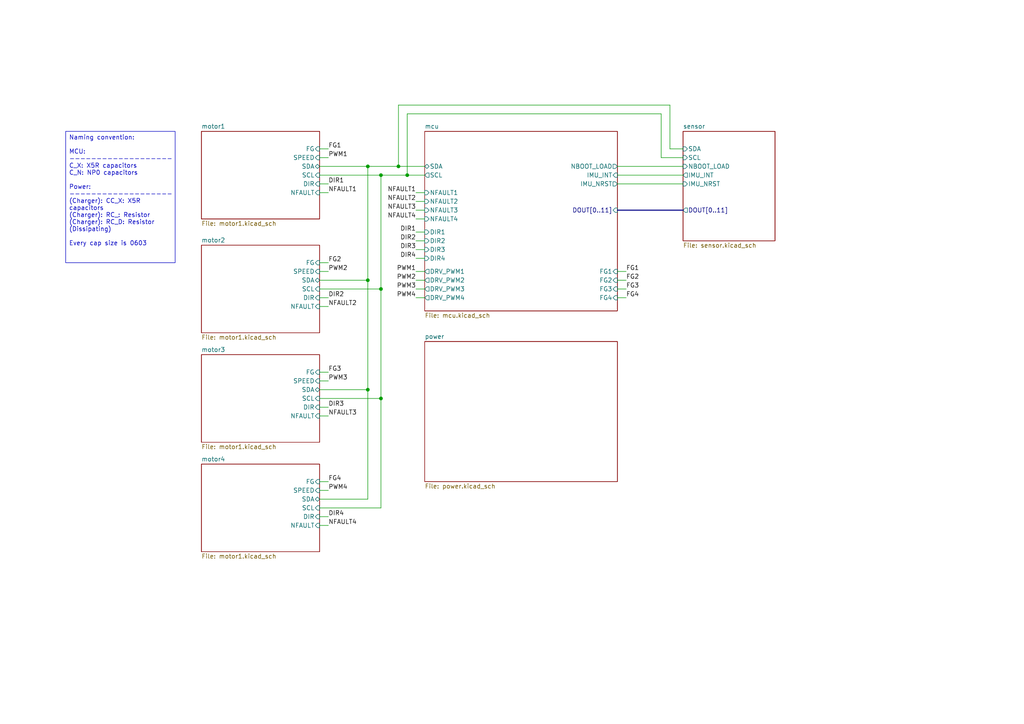
<source format=kicad_sch>
(kicad_sch
	(version 20231120)
	(generator "eeschema")
	(generator_version "8.0")
	(uuid "4752d952-9322-46fb-9cc2-2404eb91f5a4")
	(paper "A4")
	(title_block
		(title "FMU")
		(date "2024-04-05")
		(rev "1")
		(company "Daniel Pérez (steewBSD)")
		(comment 1 "Flight Management Unit for quadcopter")
		(comment 2 "Main hierarchical sheet")
	)
	(lib_symbols)
	(junction
		(at 106.68 81.28)
		(diameter 0)
		(color 0 0 0 0)
		(uuid "1ee53c4c-d9f7-4b59-b929-4d1fccb56f5b")
	)
	(junction
		(at 118.11 50.8)
		(diameter 0)
		(color 0 0 0 0)
		(uuid "345ab1f9-6a9f-4fac-b5f4-620a51a59f50")
	)
	(junction
		(at 115.57 48.26)
		(diameter 0)
		(color 0 0 0 0)
		(uuid "4ac250d9-bfb8-470f-8a2c-64562d57375b")
	)
	(junction
		(at 106.68 48.26)
		(diameter 0)
		(color 0 0 0 0)
		(uuid "795630bd-9fd0-4877-9d8b-8a780765792d")
	)
	(junction
		(at 106.68 113.03)
		(diameter 0)
		(color 0 0 0 0)
		(uuid "af578575-105c-4a41-8292-1151d682abe6")
	)
	(junction
		(at 110.49 50.8)
		(diameter 0)
		(color 0 0 0 0)
		(uuid "b8df4156-a03c-4f8e-9d4a-c6c4bb5aa098")
	)
	(junction
		(at 110.49 115.57)
		(diameter 0)
		(color 0 0 0 0)
		(uuid "d5e920b8-b9eb-41ce-843f-7777c5478ce4")
	)
	(junction
		(at 110.49 83.82)
		(diameter 0)
		(color 0 0 0 0)
		(uuid "e38667f2-bee8-45f5-9adb-6ee3bd94d8a0")
	)
	(wire
		(pts
			(xy 179.07 86.36) (xy 181.61 86.36)
		)
		(stroke
			(width 0)
			(type default)
		)
		(uuid "00ef3f9c-d15c-4de4-a2c4-bd035cab0d1d")
	)
	(wire
		(pts
			(xy 92.71 152.4) (xy 95.25 152.4)
		)
		(stroke
			(width 0)
			(type default)
		)
		(uuid "0320d79c-b296-4ebe-8cd8-dc6224c1b0b0")
	)
	(wire
		(pts
			(xy 92.71 76.2) (xy 95.25 76.2)
		)
		(stroke
			(width 0)
			(type default)
		)
		(uuid "05029bb1-f4a2-448b-a15f-05138b9e2254")
	)
	(wire
		(pts
			(xy 92.71 50.8) (xy 110.49 50.8)
		)
		(stroke
			(width 0)
			(type default)
		)
		(uuid "0eff531c-bf41-4899-a9b9-540a59ffe975")
	)
	(wire
		(pts
			(xy 110.49 115.57) (xy 110.49 147.32)
		)
		(stroke
			(width 0)
			(type default)
		)
		(uuid "0f373e86-603d-40fd-9e1e-dd09e49b738b")
	)
	(wire
		(pts
			(xy 120.65 81.28) (xy 123.19 81.28)
		)
		(stroke
			(width 0)
			(type default)
		)
		(uuid "0faad98e-5591-4b2b-aa09-8f0a157d3a03")
	)
	(wire
		(pts
			(xy 110.49 83.82) (xy 110.49 115.57)
		)
		(stroke
			(width 0)
			(type default)
		)
		(uuid "103c3cad-f4fb-4f22-8eaf-2947b0aab9bf")
	)
	(wire
		(pts
			(xy 118.11 50.8) (xy 123.19 50.8)
		)
		(stroke
			(width 0)
			(type default)
		)
		(uuid "12ca17d3-9958-4b2d-adb6-b1eb23392459")
	)
	(wire
		(pts
			(xy 106.68 81.28) (xy 106.68 113.03)
		)
		(stroke
			(width 0)
			(type default)
		)
		(uuid "1438a3fb-4c59-4cc6-a91d-8b9bb7253aa6")
	)
	(wire
		(pts
			(xy 198.12 45.72) (xy 191.77 45.72)
		)
		(stroke
			(width 0)
			(type default)
		)
		(uuid "1d4e29ce-57e1-405e-8944-49f5e3b34833")
	)
	(wire
		(pts
			(xy 120.65 60.96) (xy 123.19 60.96)
		)
		(stroke
			(width 0)
			(type default)
		)
		(uuid "21f5c036-4aa5-4fc6-b603-d0e52511eb52")
	)
	(wire
		(pts
			(xy 194.31 30.48) (xy 194.31 43.18)
		)
		(stroke
			(width 0)
			(type default)
		)
		(uuid "283174ca-3129-4252-9e0d-f109a4601e7f")
	)
	(wire
		(pts
			(xy 92.71 53.34) (xy 95.25 53.34)
		)
		(stroke
			(width 0)
			(type default)
		)
		(uuid "2bf8010b-863e-4b34-9ff6-244623b50234")
	)
	(wire
		(pts
			(xy 92.71 142.24) (xy 95.25 142.24)
		)
		(stroke
			(width 0)
			(type default)
		)
		(uuid "3035b33b-73f1-48eb-b185-2fb686841304")
	)
	(wire
		(pts
			(xy 115.57 30.48) (xy 115.57 48.26)
		)
		(stroke
			(width 0)
			(type default)
		)
		(uuid "31857753-8441-4b7a-8562-b1b37a65e297")
	)
	(wire
		(pts
			(xy 92.71 43.18) (xy 95.25 43.18)
		)
		(stroke
			(width 0)
			(type default)
		)
		(uuid "3a306d85-2348-41ee-b243-867d0858a4ab")
	)
	(wire
		(pts
			(xy 179.07 78.74) (xy 181.61 78.74)
		)
		(stroke
			(width 0)
			(type default)
		)
		(uuid "415a9507-f763-460a-9747-fa2d4bf3f913")
	)
	(wire
		(pts
			(xy 92.71 115.57) (xy 110.49 115.57)
		)
		(stroke
			(width 0)
			(type default)
		)
		(uuid "46889ebf-d1b2-4d0a-bb41-0f06623ea5f7")
	)
	(wire
		(pts
			(xy 194.31 43.18) (xy 198.12 43.18)
		)
		(stroke
			(width 0)
			(type default)
		)
		(uuid "5167374b-59a1-4135-b200-40579c5b0b29")
	)
	(wire
		(pts
			(xy 110.49 50.8) (xy 110.49 83.82)
		)
		(stroke
			(width 0)
			(type default)
		)
		(uuid "524c88da-fc99-400f-8934-629bb9119bde")
	)
	(wire
		(pts
			(xy 92.71 144.78) (xy 106.68 144.78)
		)
		(stroke
			(width 0)
			(type default)
		)
		(uuid "5ec604e6-1985-4472-817d-bc14afc644de")
	)
	(wire
		(pts
			(xy 92.71 86.36) (xy 95.25 86.36)
		)
		(stroke
			(width 0)
			(type default)
		)
		(uuid "5fb34876-86eb-411d-aca9-31431111256d")
	)
	(wire
		(pts
			(xy 92.71 83.82) (xy 110.49 83.82)
		)
		(stroke
			(width 0)
			(type default)
		)
		(uuid "60abac7c-e30b-4538-bd75-64fa92873471")
	)
	(wire
		(pts
			(xy 92.71 147.32) (xy 110.49 147.32)
		)
		(stroke
			(width 0)
			(type default)
		)
		(uuid "65ace67b-7589-4fc0-b847-100deba8ca6f")
	)
	(wire
		(pts
			(xy 92.71 149.86) (xy 95.25 149.86)
		)
		(stroke
			(width 0)
			(type default)
		)
		(uuid "6d9abedb-5281-4620-b64b-9d76f935d5e5")
	)
	(wire
		(pts
			(xy 179.07 50.8) (xy 198.12 50.8)
		)
		(stroke
			(width 0)
			(type default)
		)
		(uuid "705d29ea-6115-4f6e-bee3-f1714da4bd25")
	)
	(wire
		(pts
			(xy 106.68 113.03) (xy 106.68 144.78)
		)
		(stroke
			(width 0)
			(type default)
		)
		(uuid "85721a67-66ed-4ab5-9d01-65202a5f12e3")
	)
	(wire
		(pts
			(xy 120.65 78.74) (xy 123.19 78.74)
		)
		(stroke
			(width 0)
			(type default)
		)
		(uuid "858f5513-9c4f-4e5b-8872-e87a1ecf13e9")
	)
	(wire
		(pts
			(xy 120.65 69.85) (xy 123.19 69.85)
		)
		(stroke
			(width 0)
			(type default)
		)
		(uuid "86d07c7e-d980-4114-842d-e7c5bddfcd72")
	)
	(wire
		(pts
			(xy 92.71 120.65) (xy 95.25 120.65)
		)
		(stroke
			(width 0)
			(type default)
		)
		(uuid "891cfb21-2578-4f56-899b-78495d14f687")
	)
	(wire
		(pts
			(xy 106.68 48.26) (xy 106.68 81.28)
		)
		(stroke
			(width 0)
			(type default)
		)
		(uuid "9105f844-e35e-4e54-8bc7-3858b10ff07d")
	)
	(wire
		(pts
			(xy 120.65 74.93) (xy 123.19 74.93)
		)
		(stroke
			(width 0)
			(type default)
		)
		(uuid "9319dc64-a7cc-4b97-9d08-9f400ebd425c")
	)
	(wire
		(pts
			(xy 92.71 48.26) (xy 106.68 48.26)
		)
		(stroke
			(width 0)
			(type default)
		)
		(uuid "94e032b8-27b5-4e12-a324-abcd30eccb4c")
	)
	(wire
		(pts
			(xy 120.65 67.31) (xy 123.19 67.31)
		)
		(stroke
			(width 0)
			(type default)
		)
		(uuid "98845c67-2360-4b37-bf39-e43251d03edc")
	)
	(wire
		(pts
			(xy 92.71 88.9) (xy 95.25 88.9)
		)
		(stroke
			(width 0)
			(type default)
		)
		(uuid "996c6310-4552-4147-9724-2a9a7d7f1eab")
	)
	(wire
		(pts
			(xy 191.77 33.02) (xy 118.11 33.02)
		)
		(stroke
			(width 0)
			(type default)
		)
		(uuid "9ae4fdca-ae5e-40b9-a07c-612cbffc034c")
	)
	(wire
		(pts
			(xy 120.65 86.36) (xy 123.19 86.36)
		)
		(stroke
			(width 0)
			(type default)
		)
		(uuid "a7ae548e-7786-49a8-8ecb-85fc1c7b9ac7")
	)
	(wire
		(pts
			(xy 92.71 81.28) (xy 106.68 81.28)
		)
		(stroke
			(width 0)
			(type default)
		)
		(uuid "acdd3734-6a5a-43b1-9b3d-b21943e0afd7")
	)
	(wire
		(pts
			(xy 115.57 48.26) (xy 123.19 48.26)
		)
		(stroke
			(width 0)
			(type default)
		)
		(uuid "adf06cec-d64a-47fd-a5d4-b9325ce86f10")
	)
	(wire
		(pts
			(xy 118.11 33.02) (xy 118.11 50.8)
		)
		(stroke
			(width 0)
			(type default)
		)
		(uuid "b2fe613f-8763-4385-aeba-4e4f1a63f479")
	)
	(wire
		(pts
			(xy 179.07 81.28) (xy 181.61 81.28)
		)
		(stroke
			(width 0)
			(type default)
		)
		(uuid "b50c2af1-f2f4-4c6b-9f2f-2e785e40cee5")
	)
	(wire
		(pts
			(xy 92.71 110.49) (xy 95.25 110.49)
		)
		(stroke
			(width 0)
			(type default)
		)
		(uuid "b8b4e8b0-d90c-46ea-b371-6db256f07645")
	)
	(wire
		(pts
			(xy 191.77 45.72) (xy 191.77 33.02)
		)
		(stroke
			(width 0)
			(type default)
		)
		(uuid "bac8fe72-abcc-4571-a664-b9ec079950ff")
	)
	(wire
		(pts
			(xy 106.68 48.26) (xy 115.57 48.26)
		)
		(stroke
			(width 0)
			(type default)
		)
		(uuid "be4e48a4-df19-4e87-9543-ce03945e21f2")
	)
	(wire
		(pts
			(xy 179.07 48.26) (xy 198.12 48.26)
		)
		(stroke
			(width 0)
			(type default)
		)
		(uuid "c2368d56-6412-404d-8495-812729533f19")
	)
	(wire
		(pts
			(xy 120.65 63.5) (xy 123.19 63.5)
		)
		(stroke
			(width 0)
			(type default)
		)
		(uuid "d7f050d7-5abe-4700-bde6-a32fb4c56a38")
	)
	(wire
		(pts
			(xy 120.65 72.39) (xy 123.19 72.39)
		)
		(stroke
			(width 0)
			(type default)
		)
		(uuid "d80d0073-ee8c-4331-aa17-d0bbda80390c")
	)
	(wire
		(pts
			(xy 92.71 78.74) (xy 95.25 78.74)
		)
		(stroke
			(width 0)
			(type default)
		)
		(uuid "d94b03f8-e12a-40cc-b0b8-c861c5dc68fa")
	)
	(wire
		(pts
			(xy 120.65 83.82) (xy 123.19 83.82)
		)
		(stroke
			(width 0)
			(type default)
		)
		(uuid "da4d8f6b-3777-4909-82ef-9dc9e7443dd2")
	)
	(wire
		(pts
			(xy 120.65 58.42) (xy 123.19 58.42)
		)
		(stroke
			(width 0)
			(type default)
		)
		(uuid "db89709b-a135-4b47-8361-93df18287df5")
	)
	(bus
		(pts
			(xy 179.07 60.96) (xy 198.12 60.96)
		)
		(stroke
			(width 0)
			(type default)
		)
		(uuid "dca548c2-d402-4ea4-91aa-86b9c7ab9223")
	)
	(wire
		(pts
			(xy 92.71 118.11) (xy 95.25 118.11)
		)
		(stroke
			(width 0)
			(type default)
		)
		(uuid "ddfe7918-d795-4f38-ab3d-fbcbcdd5d452")
	)
	(wire
		(pts
			(xy 120.65 55.88) (xy 123.19 55.88)
		)
		(stroke
			(width 0)
			(type default)
		)
		(uuid "e7fe8365-997f-4cf5-bcdd-27c3f98dd752")
	)
	(wire
		(pts
			(xy 92.71 113.03) (xy 106.68 113.03)
		)
		(stroke
			(width 0)
			(type default)
		)
		(uuid "e8f2da2b-c1bf-4e82-b9f2-e0060f0a0e17")
	)
	(wire
		(pts
			(xy 92.71 55.88) (xy 95.25 55.88)
		)
		(stroke
			(width 0)
			(type default)
		)
		(uuid "ed09d475-7ab5-4cae-a99d-8d6f477894bc")
	)
	(wire
		(pts
			(xy 92.71 107.95) (xy 95.25 107.95)
		)
		(stroke
			(width 0)
			(type default)
		)
		(uuid "f0240b8f-3d01-49d8-b529-d2381c35cf79")
	)
	(wire
		(pts
			(xy 92.71 45.72) (xy 95.25 45.72)
		)
		(stroke
			(width 0)
			(type default)
		)
		(uuid "f02caf83-61d5-4b3b-af75-dd96811f8518")
	)
	(wire
		(pts
			(xy 179.07 53.34) (xy 198.12 53.34)
		)
		(stroke
			(width 0)
			(type default)
		)
		(uuid "f176a18b-2a20-47d6-b5a3-6ab506bede2b")
	)
	(wire
		(pts
			(xy 92.71 139.7) (xy 95.25 139.7)
		)
		(stroke
			(width 0)
			(type default)
		)
		(uuid "f21110c4-1d3b-4860-9eec-4631ad273607")
	)
	(wire
		(pts
			(xy 179.07 83.82) (xy 181.61 83.82)
		)
		(stroke
			(width 0)
			(type default)
		)
		(uuid "f7f05d08-3395-4253-8bd0-fb47ee4117a8")
	)
	(wire
		(pts
			(xy 110.49 50.8) (xy 118.11 50.8)
		)
		(stroke
			(width 0)
			(type default)
		)
		(uuid "fd71c8e7-e7ed-4fe2-b671-100dc15018eb")
	)
	(wire
		(pts
			(xy 115.57 30.48) (xy 194.31 30.48)
		)
		(stroke
			(width 0)
			(type default)
		)
		(uuid "ff422cd3-12d0-4755-9547-eec20392a7d4")
	)
	(text_box "Naming convention:\n\nMCU:\n-------------------\nC_X: X5R capacitors\nC_N: NP0 capacitors\n\nPower:\n-------------------\n(Charger): CC_X: X5R capacitors\n(Charger): RC_: Resistor\n(Charger): RC_D: Resistor (Dissipating)\n\nEvery cap size is 0603"
		(exclude_from_sim no)
		(at 19.05 38.1 0)
		(size 31.75 38.1)
		(stroke
			(width 0)
			(type default)
		)
		(fill
			(type none)
		)
		(effects
			(font
				(size 1.27 1.27)
			)
			(justify left top)
		)
		(uuid "93d0ff3c-ce6d-4ab7-bf24-c40553a16e4f")
	)
	(label "DIR3"
		(at 95.25 118.11 0)
		(fields_autoplaced yes)
		(effects
			(font
				(size 1.27 1.27)
			)
			(justify left bottom)
		)
		(uuid "0cd31660-cce5-4503-891c-35483cf6521f")
	)
	(label "NFAULT3"
		(at 120.65 60.96 180)
		(fields_autoplaced yes)
		(effects
			(font
				(size 1.27 1.27)
			)
			(justify right bottom)
		)
		(uuid "0f6aafbf-d4a3-4374-852e-b477617f9bcb")
	)
	(label "NFAULT4"
		(at 95.25 152.4 0)
		(fields_autoplaced yes)
		(effects
			(font
				(size 1.27 1.27)
			)
			(justify left bottom)
		)
		(uuid "11b738aa-811a-4afa-a39e-f5bc2d9cb3d3")
	)
	(label "NFAULT3"
		(at 95.25 120.65 0)
		(fields_autoplaced yes)
		(effects
			(font
				(size 1.27 1.27)
			)
			(justify left bottom)
		)
		(uuid "17c85e98-845f-4300-827f-dedba1c4d7a2")
	)
	(label "PWM4"
		(at 95.25 142.24 0)
		(fields_autoplaced yes)
		(effects
			(font
				(size 1.27 1.27)
			)
			(justify left bottom)
		)
		(uuid "180311cc-93c8-48d8-9032-65ee0b93aa67")
	)
	(label "PWM1"
		(at 120.65 78.74 180)
		(fields_autoplaced yes)
		(effects
			(font
				(size 1.27 1.27)
			)
			(justify right bottom)
		)
		(uuid "2e285c18-d059-40ed-ab0a-da6b292b78f6")
	)
	(label "PWM2"
		(at 95.25 78.74 0)
		(fields_autoplaced yes)
		(effects
			(font
				(size 1.27 1.27)
			)
			(justify left bottom)
		)
		(uuid "306a1b7a-76e4-4132-9b96-b5238b2e8149")
	)
	(label "FG1"
		(at 95.25 43.18 0)
		(fields_autoplaced yes)
		(effects
			(font
				(size 1.27 1.27)
			)
			(justify left bottom)
		)
		(uuid "314c97bd-bda3-47a5-9bfc-f270b6c7c4c6")
	)
	(label "NFAULT1"
		(at 95.25 55.88 0)
		(fields_autoplaced yes)
		(effects
			(font
				(size 1.27 1.27)
			)
			(justify left bottom)
		)
		(uuid "32935155-d6fd-46cf-9184-d3e797519c2a")
	)
	(label "PWM4"
		(at 120.65 86.36 180)
		(fields_autoplaced yes)
		(effects
			(font
				(size 1.27 1.27)
			)
			(justify right bottom)
		)
		(uuid "4197be5d-37d7-446a-82bd-0e1902ff2b5f")
	)
	(label "DIR2"
		(at 95.25 86.36 0)
		(fields_autoplaced yes)
		(effects
			(font
				(size 1.27 1.27)
			)
			(justify left bottom)
		)
		(uuid "4e4b08e8-2b54-4a1e-933d-ef5a7130ab1b")
	)
	(label "NFAULT2"
		(at 95.25 88.9 0)
		(fields_autoplaced yes)
		(effects
			(font
				(size 1.27 1.27)
			)
			(justify left bottom)
		)
		(uuid "5130fd51-6393-4eae-b78c-ce5e4aaf674b")
	)
	(label "FG3"
		(at 181.61 83.82 0)
		(fields_autoplaced yes)
		(effects
			(font
				(size 1.27 1.27)
			)
			(justify left bottom)
		)
		(uuid "54e2e5a0-9456-48f0-9c50-48ee4f037bef")
	)
	(label "NFAULT2"
		(at 120.65 58.42 180)
		(fields_autoplaced yes)
		(effects
			(font
				(size 1.27 1.27)
			)
			(justify right bottom)
		)
		(uuid "574dc8cf-e914-4c43-8ca0-f3e486077aad")
	)
	(label "DIR3"
		(at 120.65 72.39 180)
		(fields_autoplaced yes)
		(effects
			(font
				(size 1.27 1.27)
			)
			(justify right bottom)
		)
		(uuid "68130b40-83f3-4588-9590-e3b6d3b62399")
	)
	(label "PWM2"
		(at 120.65 81.28 180)
		(fields_autoplaced yes)
		(effects
			(font
				(size 1.27 1.27)
			)
			(justify right bottom)
		)
		(uuid "722d3cae-4616-45e3-b469-e751a08ef35b")
	)
	(label "FG3"
		(at 95.25 107.95 0)
		(fields_autoplaced yes)
		(effects
			(font
				(size 1.27 1.27)
			)
			(justify left bottom)
		)
		(uuid "76ba2049-c4dc-4559-96ad-d3d557a8548d")
	)
	(label "DIR2"
		(at 120.65 69.85 180)
		(fields_autoplaced yes)
		(effects
			(font
				(size 1.27 1.27)
			)
			(justify right bottom)
		)
		(uuid "777d7f4d-2998-4ade-886f-74cea19f5786")
	)
	(label "DIR1"
		(at 120.65 67.31 180)
		(fields_autoplaced yes)
		(effects
			(font
				(size 1.27 1.27)
			)
			(justify right bottom)
		)
		(uuid "7c16a549-6b24-4043-9e96-bd59f63f4106")
	)
	(label "FG2"
		(at 181.61 81.28 0)
		(fields_autoplaced yes)
		(effects
			(font
				(size 1.27 1.27)
			)
			(justify left bottom)
		)
		(uuid "7f0afc9f-3342-4dfc-bdb5-440467c1adc8")
	)
	(label "FG4"
		(at 181.61 86.36 0)
		(fields_autoplaced yes)
		(effects
			(font
				(size 1.27 1.27)
			)
			(justify left bottom)
		)
		(uuid "827ffb9e-d957-4379-ab2d-f086a9792559")
	)
	(label "DIR4"
		(at 120.65 74.93 180)
		(fields_autoplaced yes)
		(effects
			(font
				(size 1.27 1.27)
			)
			(justify right bottom)
		)
		(uuid "9c857233-be95-4c31-abea-ee6b660128ca")
	)
	(label "PWM3"
		(at 95.25 110.49 0)
		(fields_autoplaced yes)
		(effects
			(font
				(size 1.27 1.27)
			)
			(justify left bottom)
		)
		(uuid "b03900d4-e517-44fe-8ae2-c856e4534220")
	)
	(label "FG1"
		(at 181.61 78.74 0)
		(fields_autoplaced yes)
		(effects
			(font
				(size 1.27 1.27)
			)
			(justify left bottom)
		)
		(uuid "b302e365-182c-4c5d-ac44-98a782e57600")
	)
	(label "FG2"
		(at 95.25 76.2 0)
		(fields_autoplaced yes)
		(effects
			(font
				(size 1.27 1.27)
			)
			(justify left bottom)
		)
		(uuid "b48e4b56-5fe8-4a25-a5fc-d050e2e99b59")
	)
	(label "FG4"
		(at 95.25 139.7 0)
		(fields_autoplaced yes)
		(effects
			(font
				(size 1.27 1.27)
			)
			(justify left bottom)
		)
		(uuid "bda47870-21b6-4865-80f5-d356b8ef4d27")
	)
	(label "DIR4"
		(at 95.25 149.86 0)
		(fields_autoplaced yes)
		(effects
			(font
				(size 1.27 1.27)
			)
			(justify left bottom)
		)
		(uuid "cdd7a0a5-51db-4f66-8d43-c6b40caaa17a")
	)
	(label "PWM1"
		(at 95.25 45.72 0)
		(fields_autoplaced yes)
		(effects
			(font
				(size 1.27 1.27)
			)
			(justify left bottom)
		)
		(uuid "cf4c593c-4a0e-430d-88b2-3c31f8100938")
	)
	(label "PWM3"
		(at 120.65 83.82 180)
		(fields_autoplaced yes)
		(effects
			(font
				(size 1.27 1.27)
			)
			(justify right bottom)
		)
		(uuid "d0783529-defd-45eb-ba79-abfe147c51d7")
	)
	(label "DIR1"
		(at 95.25 53.34 0)
		(fields_autoplaced yes)
		(effects
			(font
				(size 1.27 1.27)
			)
			(justify left bottom)
		)
		(uuid "dc1ead4d-c10d-4f8e-a463-dfbd16de3acc")
	)
	(label "NFAULT4"
		(at 120.65 63.5 180)
		(fields_autoplaced yes)
		(effects
			(font
				(size 1.27 1.27)
			)
			(justify right bottom)
		)
		(uuid "e1f81a32-d5f8-4e22-bdc7-4eef5844d1b3")
	)
	(label "NFAULT1"
		(at 120.65 55.88 180)
		(fields_autoplaced yes)
		(effects
			(font
				(size 1.27 1.27)
			)
			(justify right bottom)
		)
		(uuid "fdd825c3-eefa-4a0a-a01b-50dff238da29")
	)
	(sheet
		(at 198.12 38.1)
		(size 26.67 31.75)
		(fields_autoplaced yes)
		(stroke
			(width 0.1524)
			(type solid)
		)
		(fill
			(color 0 0 0 0.0000)
		)
		(uuid "03377529-41f5-49ba-bef8-ce3e0de4928d")
		(property "Sheetname" "sensor"
			(at 198.12 37.3884 0)
			(effects
				(font
					(size 1.27 1.27)
				)
				(justify left bottom)
			)
		)
		(property "Sheetfile" "sensor.kicad_sch"
			(at 198.12 70.4346 0)
			(effects
				(font
					(size 1.27 1.27)
				)
				(justify left top)
			)
		)
		(pin "IMU_NRST" input
			(at 198.12 53.34 180)
			(effects
				(font
					(size 1.27 1.27)
				)
				(justify left)
			)
			(uuid "4ad6f7a0-27a3-4c6b-92ad-8bdb0a7ab122")
		)
		(pin "SDA" input
			(at 198.12 43.18 180)
			(effects
				(font
					(size 1.27 1.27)
				)
				(justify left)
			)
			(uuid "d2f2aebb-42c2-4c11-867e-f08eb5c7e4f4")
		)
		(pin "SCL" input
			(at 198.12 45.72 180)
			(effects
				(font
					(size 1.27 1.27)
				)
				(justify left)
			)
			(uuid "12867ab2-6e7c-4d92-9edf-42eec7511952")
		)
		(pin "NBOOT_LOAD" input
			(at 198.12 48.26 180)
			(effects
				(font
					(size 1.27 1.27)
				)
				(justify left)
			)
			(uuid "891a4050-a37b-4fa5-809c-a97a437db6cb")
		)
		(pin "IMU_INT" output
			(at 198.12 50.8 180)
			(effects
				(font
					(size 1.27 1.27)
				)
				(justify left)
			)
			(uuid "6b22fa1c-fc19-48ce-a868-1e2a74530a3c")
		)
		(pin "DOUT[0..11]" output
			(at 198.12 60.96 180)
			(effects
				(font
					(size 1.27 1.27)
				)
				(justify left)
			)
			(uuid "da9ef027-33e8-47dc-af17-6e0089eda2fe")
		)
		(instances
			(project "fmu"
				(path "/4752d952-9322-46fb-9cc2-2404eb91f5a4"
					(page "8")
				)
			)
		)
	)
	(sheet
		(at 58.42 38.1)
		(size 34.29 25.4)
		(fields_autoplaced yes)
		(stroke
			(width 0.1524)
			(type solid)
		)
		(fill
			(color 0 0 0 0.0000)
		)
		(uuid "0ffba389-7767-4897-a9a6-36168be44beb")
		(property "Sheetname" "motor1"
			(at 58.42 37.3884 0)
			(effects
				(font
					(size 1.27 1.27)
				)
				(justify left bottom)
			)
		)
		(property "Sheetfile" "motor1.kicad_sch"
			(at 58.42 64.0846 0)
			(effects
				(font
					(size 1.27 1.27)
				)
				(justify left top)
			)
		)
		(pin "SPEED" input
			(at 92.71 45.72 0)
			(effects
				(font
					(size 1.27 1.27)
				)
				(justify right)
			)
			(uuid "a69899cc-1b75-4290-8f51-2ed50e56de6b")
		)
		(pin "SDA" bidirectional
			(at 92.71 48.26 0)
			(effects
				(font
					(size 1.27 1.27)
				)
				(justify right)
			)
			(uuid "11275441-bf13-41db-909d-d9b19090f0ed")
		)
		(pin "SCL" input
			(at 92.71 50.8 0)
			(effects
				(font
					(size 1.27 1.27)
				)
				(justify right)
			)
			(uuid "667922f1-edfb-4c6f-9941-02ee5a79f43a")
		)
		(pin "DIR" input
			(at 92.71 53.34 0)
			(effects
				(font
					(size 1.27 1.27)
				)
				(justify right)
			)
			(uuid "0977143e-bbf7-423f-9f02-ebf3a3ed5f9b")
		)
		(pin "NFAULT" input
			(at 92.71 55.88 0)
			(effects
				(font
					(size 1.27 1.27)
				)
				(justify right)
			)
			(uuid "7c289629-88b2-4067-88a5-0835ed21b1b4")
		)
		(pin "FG" input
			(at 92.71 43.18 0)
			(effects
				(font
					(size 1.27 1.27)
				)
				(justify right)
			)
			(uuid "244794d2-3aa7-47c2-9cf9-a03618c44074")
		)
		(instances
			(project "fmu"
				(path "/4752d952-9322-46fb-9cc2-2404eb91f5a4"
					(page "2")
				)
			)
		)
	)
	(sheet
		(at 58.42 134.62)
		(size 34.29 25.4)
		(fields_autoplaced yes)
		(stroke
			(width 0.1524)
			(type solid)
		)
		(fill
			(color 0 0 0 0.0000)
		)
		(uuid "46b5d8da-e763-4f93-9e8f-7132b5d9fd7e")
		(property "Sheetname" "motor4"
			(at 58.42 133.9084 0)
			(effects
				(font
					(size 1.27 1.27)
				)
				(justify left bottom)
			)
		)
		(property "Sheetfile" "motor1.kicad_sch"
			(at 58.42 160.6046 0)
			(effects
				(font
					(size 1.27 1.27)
				)
				(justify left top)
			)
		)
		(pin "SPEED" input
			(at 92.71 142.24 0)
			(effects
				(font
					(size 1.27 1.27)
				)
				(justify right)
			)
			(uuid "4a05e34a-0b71-4c55-93c6-e1dfae24c562")
		)
		(pin "SDA" bidirectional
			(at 92.71 144.78 0)
			(effects
				(font
					(size 1.27 1.27)
				)
				(justify right)
			)
			(uuid "a414b21f-b5fe-4f64-b0dc-bed190a3e399")
		)
		(pin "SCL" input
			(at 92.71 147.32 0)
			(effects
				(font
					(size 1.27 1.27)
				)
				(justify right)
			)
			(uuid "b405e075-a9c2-4eb0-a159-51ab1e2c2ede")
		)
		(pin "DIR" input
			(at 92.71 149.86 0)
			(effects
				(font
					(size 1.27 1.27)
				)
				(justify right)
			)
			(uuid "3d2c07b1-4a9b-4a89-bb6e-0b2147eed2d2")
		)
		(pin "NFAULT" input
			(at 92.71 152.4 0)
			(effects
				(font
					(size 1.27 1.27)
				)
				(justify right)
			)
			(uuid "bc55da0f-16f7-422a-8c82-192942559592")
		)
		(pin "FG" input
			(at 92.71 139.7 0)
			(effects
				(font
					(size 1.27 1.27)
				)
				(justify right)
			)
			(uuid "d77877a5-cb78-44ad-af8d-06902af00084")
		)
		(instances
			(project "fmu"
				(path "/4752d952-9322-46fb-9cc2-2404eb91f5a4"
					(page "5")
				)
			)
		)
	)
	(sheet
		(at 58.42 102.87)
		(size 34.29 25.4)
		(fields_autoplaced yes)
		(stroke
			(width 0.1524)
			(type solid)
		)
		(fill
			(color 0 0 0 0.0000)
		)
		(uuid "5b8a454b-98f0-4fa4-a9e7-894b0c3f9d86")
		(property "Sheetname" "motor3"
			(at 58.42 102.1584 0)
			(effects
				(font
					(size 1.27 1.27)
				)
				(justify left bottom)
			)
		)
		(property "Sheetfile" "motor1.kicad_sch"
			(at 58.42 128.8546 0)
			(effects
				(font
					(size 1.27 1.27)
				)
				(justify left top)
			)
		)
		(pin "SPEED" input
			(at 92.71 110.49 0)
			(effects
				(font
					(size 1.27 1.27)
				)
				(justify right)
			)
			(uuid "c2e85e06-65ce-446f-ba00-8b04d42df6e0")
		)
		(pin "SDA" bidirectional
			(at 92.71 113.03 0)
			(effects
				(font
					(size 1.27 1.27)
				)
				(justify right)
			)
			(uuid "92a95c53-601e-4424-b6e4-8863c6778976")
		)
		(pin "SCL" input
			(at 92.71 115.57 0)
			(effects
				(font
					(size 1.27 1.27)
				)
				(justify right)
			)
			(uuid "a5162357-1d51-4b9c-a9dc-015494a37097")
		)
		(pin "DIR" input
			(at 92.71 118.11 0)
			(effects
				(font
					(size 1.27 1.27)
				)
				(justify right)
			)
			(uuid "a196f88e-317d-4a7d-b1c6-b366c750b81b")
		)
		(pin "NFAULT" input
			(at 92.71 120.65 0)
			(effects
				(font
					(size 1.27 1.27)
				)
				(justify right)
			)
			(uuid "f5305cbb-e8e3-4794-91d4-11e07d3168da")
		)
		(pin "FG" input
			(at 92.71 107.95 0)
			(effects
				(font
					(size 1.27 1.27)
				)
				(justify right)
			)
			(uuid "7e58253e-e827-47de-90ba-2e970d1f5680")
		)
		(instances
			(project "fmu"
				(path "/4752d952-9322-46fb-9cc2-2404eb91f5a4"
					(page "4")
				)
			)
		)
	)
	(sheet
		(at 123.19 38.1)
		(size 55.88 52.07)
		(fields_autoplaced yes)
		(stroke
			(width 0.1524)
			(type solid)
		)
		(fill
			(color 0 0 0 0.0000)
		)
		(uuid "a940b45d-43c6-47ac-8773-747896323a1c")
		(property "Sheetname" "mcu"
			(at 123.19 37.3884 0)
			(effects
				(font
					(size 1.27 1.27)
				)
				(justify left bottom)
			)
		)
		(property "Sheetfile" "mcu.kicad_sch"
			(at 123.19 90.7546 0)
			(effects
				(font
					(size 1.27 1.27)
				)
				(justify left top)
			)
		)
		(pin "SDA" bidirectional
			(at 123.19 48.26 180)
			(effects
				(font
					(size 1.27 1.27)
				)
				(justify left)
			)
			(uuid "dffb1491-66fa-4986-9eaf-ed27d979fe30")
		)
		(pin "SCL" output
			(at 123.19 50.8 180)
			(effects
				(font
					(size 1.27 1.27)
				)
				(justify left)
			)
			(uuid "ed0c4f51-3079-44a4-bbb4-ab7216142264")
		)
		(pin "NBOOT_LOAD" output
			(at 179.07 48.26 0)
			(effects
				(font
					(size 1.27 1.27)
				)
				(justify right)
			)
			(uuid "3bf5f80e-9f17-4c34-8822-6c8dbda97c94")
		)
		(pin "IMU_INT" input
			(at 179.07 50.8 0)
			(effects
				(font
					(size 1.27 1.27)
				)
				(justify right)
			)
			(uuid "90219702-aa86-4c84-96ed-f5ba71b5d520")
		)
		(pin "IMU_NRST" output
			(at 179.07 53.34 0)
			(effects
				(font
					(size 1.27 1.27)
				)
				(justify right)
			)
			(uuid "e151bcbf-6850-4af6-9c57-9b515a6b6f5a")
		)
		(pin "DOUT[0..11]" input
			(at 179.07 60.96 0)
			(effects
				(font
					(size 1.27 1.27)
				)
				(justify right)
			)
			(uuid "a8fe9da0-c8aa-4e0d-ab0c-7af22a2578df")
		)
		(pin "NFAULT1" input
			(at 123.19 55.88 180)
			(effects
				(font
					(size 1.27 1.27)
				)
				(justify left)
			)
			(uuid "bdf00882-55d3-4fa5-890b-9bd3cd14b84f")
		)
		(pin "NFAULT3" input
			(at 123.19 60.96 180)
			(effects
				(font
					(size 1.27 1.27)
				)
				(justify left)
			)
			(uuid "c0100bf2-26d0-4ccb-b954-c6f95dee91b3")
		)
		(pin "NFAULT2" input
			(at 123.19 58.42 180)
			(effects
				(font
					(size 1.27 1.27)
				)
				(justify left)
			)
			(uuid "7542635b-319a-4548-8109-ecb423349676")
		)
		(pin "NFAULT4" input
			(at 123.19 63.5 180)
			(effects
				(font
					(size 1.27 1.27)
				)
				(justify left)
			)
			(uuid "da2dfe7e-43e5-4b50-ae72-0287c3062203")
		)
		(pin "DIR1" input
			(at 123.19 67.31 180)
			(effects
				(font
					(size 1.27 1.27)
				)
				(justify left)
			)
			(uuid "afb865d1-fcc8-43ff-9477-20d2f177398d")
		)
		(pin "DIR2" input
			(at 123.19 69.85 180)
			(effects
				(font
					(size 1.27 1.27)
				)
				(justify left)
			)
			(uuid "2c573e2e-8eb8-4dd5-aa49-d083f11b6458")
		)
		(pin "DIR3" input
			(at 123.19 72.39 180)
			(effects
				(font
					(size 1.27 1.27)
				)
				(justify left)
			)
			(uuid "e2982ec2-811c-4540-8e74-075733b03719")
		)
		(pin "DIR4" input
			(at 123.19 74.93 180)
			(effects
				(font
					(size 1.27 1.27)
				)
				(justify left)
			)
			(uuid "2ee398ad-57ec-4a7b-afea-2cb5d8d28ad3")
		)
		(pin "DRV_PWM1" output
			(at 123.19 78.74 180)
			(effects
				(font
					(size 1.27 1.27)
				)
				(justify left)
			)
			(uuid "c3769717-449a-4d0b-bd82-c3b33c6d1954")
		)
		(pin "DRV_PWM3" output
			(at 123.19 83.82 180)
			(effects
				(font
					(size 1.27 1.27)
				)
				(justify left)
			)
			(uuid "fae01e7d-1375-430f-84c0-62ee279e74c1")
		)
		(pin "DRV_PWM2" output
			(at 123.19 81.28 180)
			(effects
				(font
					(size 1.27 1.27)
				)
				(justify left)
			)
			(uuid "511e9a14-32c3-4303-a03d-246f711cf7f8")
		)
		(pin "DRV_PWM4" output
			(at 123.19 86.36 180)
			(effects
				(font
					(size 1.27 1.27)
				)
				(justify left)
			)
			(uuid "acec5b6f-322b-48ec-a742-70878eff8d4c")
		)
		(pin "FG1" input
			(at 179.07 78.74 0)
			(effects
				(font
					(size 1.27 1.27)
				)
				(justify right)
			)
			(uuid "0af2322d-5df0-4460-82d9-40bd7ea26134")
		)
		(pin "FG3" input
			(at 179.07 83.82 0)
			(effects
				(font
					(size 1.27 1.27)
				)
				(justify right)
			)
			(uuid "767df764-8857-45ad-8488-4626f5a5e46c")
		)
		(pin "FG2" input
			(at 179.07 81.28 0)
			(effects
				(font
					(size 1.27 1.27)
				)
				(justify right)
			)
			(uuid "6bef8904-51f6-465b-ba7b-6dccaead12aa")
		)
		(pin "FG4" input
			(at 179.07 86.36 0)
			(effects
				(font
					(size 1.27 1.27)
				)
				(justify right)
			)
			(uuid "2dde0db9-802b-423f-9861-78228b9ebbcf")
		)
		(instances
			(project "fmu"
				(path "/4752d952-9322-46fb-9cc2-2404eb91f5a4"
					(page "7")
				)
			)
		)
	)
	(sheet
		(at 58.42 71.12)
		(size 34.29 25.4)
		(fields_autoplaced yes)
		(stroke
			(width 0.1524)
			(type solid)
		)
		(fill
			(color 0 0 0 0.0000)
		)
		(uuid "b967478c-5af9-47cc-ac54-cb6f38bbb168")
		(property "Sheetname" "motor2"
			(at 58.42 70.4084 0)
			(effects
				(font
					(size 1.27 1.27)
				)
				(justify left bottom)
			)
		)
		(property "Sheetfile" "motor1.kicad_sch"
			(at 58.42 97.1046 0)
			(effects
				(font
					(size 1.27 1.27)
				)
				(justify left top)
			)
		)
		(pin "SPEED" input
			(at 92.71 78.74 0)
			(effects
				(font
					(size 1.27 1.27)
				)
				(justify right)
			)
			(uuid "f829cd82-62e6-469a-bc91-48459de73462")
		)
		(pin "SDA" bidirectional
			(at 92.71 81.28 0)
			(effects
				(font
					(size 1.27 1.27)
				)
				(justify right)
			)
			(uuid "2c02e854-b7ea-4739-80db-067b0ff02ab3")
		)
		(pin "SCL" input
			(at 92.71 83.82 0)
			(effects
				(font
					(size 1.27 1.27)
				)
				(justify right)
			)
			(uuid "9a5d3cb8-3e2f-4243-a485-a106466a873a")
		)
		(pin "DIR" input
			(at 92.71 86.36 0)
			(effects
				(font
					(size 1.27 1.27)
				)
				(justify right)
			)
			(uuid "fedc3670-9ac1-4208-95c0-0f7a2391a421")
		)
		(pin "NFAULT" input
			(at 92.71 88.9 0)
			(effects
				(font
					(size 1.27 1.27)
				)
				(justify right)
			)
			(uuid "88786b51-f6cd-45d0-96eb-7f1b6de8bc60")
		)
		(pin "FG" input
			(at 92.71 76.2 0)
			(effects
				(font
					(size 1.27 1.27)
				)
				(justify right)
			)
			(uuid "d31fc6f3-0790-43f8-97c0-93396cd6070b")
		)
		(instances
			(project "fmu"
				(path "/4752d952-9322-46fb-9cc2-2404eb91f5a4"
					(page "3")
				)
			)
		)
	)
	(sheet
		(at 123.19 99.06)
		(size 55.88 40.64)
		(fields_autoplaced yes)
		(stroke
			(width 0.1524)
			(type solid)
		)
		(fill
			(color 0 0 0 0.0000)
		)
		(uuid "ea2647fd-fd97-4607-acae-2a9c5eb57707")
		(property "Sheetname" "power"
			(at 123.19 98.3484 0)
			(effects
				(font
					(size 1.27 1.27)
				)
				(justify left bottom)
			)
		)
		(property "Sheetfile" "power.kicad_sch"
			(at 123.19 140.2846 0)
			(effects
				(font
					(size 1.27 1.27)
				)
				(justify left top)
			)
		)
		(instances
			(project "fmu"
				(path "/4752d952-9322-46fb-9cc2-2404eb91f5a4"
					(page "6")
				)
			)
		)
	)
	(sheet_instances
		(path "/"
			(page "1")
		)
	)
)
</source>
